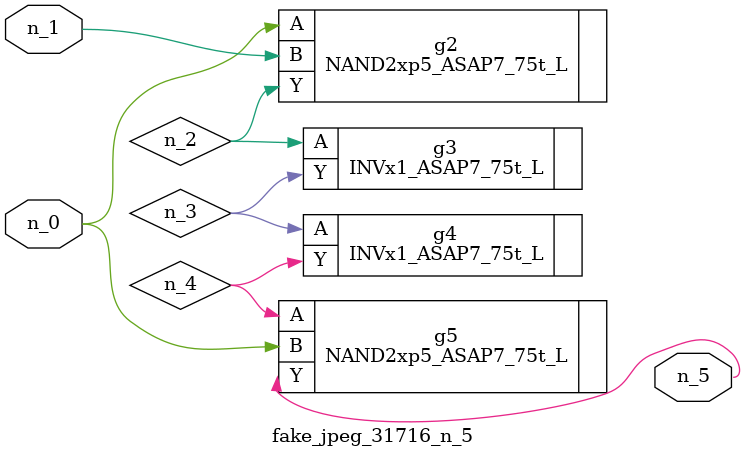
<source format=v>
module fake_jpeg_31716_n_5 (n_0, n_1, n_5);

input n_0;
input n_1;

output n_5;

wire n_3;
wire n_2;
wire n_4;

NAND2xp5_ASAP7_75t_L g2 ( 
.A(n_0),
.B(n_1),
.Y(n_2)
);

INVx1_ASAP7_75t_L g3 ( 
.A(n_2),
.Y(n_3)
);

INVx1_ASAP7_75t_L g4 ( 
.A(n_3),
.Y(n_4)
);

NAND2xp5_ASAP7_75t_L g5 ( 
.A(n_4),
.B(n_0),
.Y(n_5)
);


endmodule
</source>
